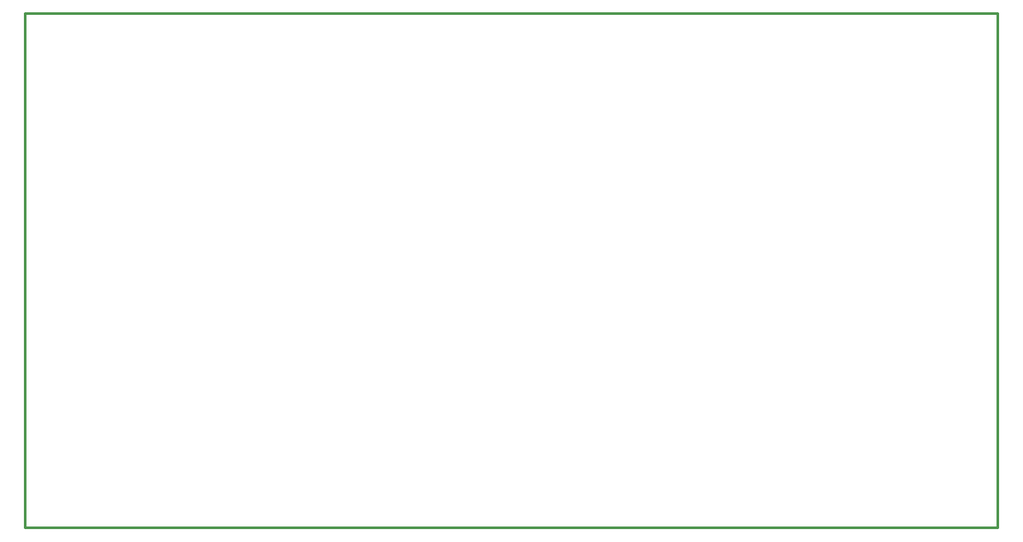
<source format=gko>
%FSLAX44Y44*%
%MOMM*%
G71*
G01*
G75*
G04 Layer_Color=16711935*
%ADD10C,0.2000*%
%ADD11C,0.4000*%
%ADD12C,0.3000*%
%ADD13C,1.3000*%
%ADD14C,1.4000*%
%ADD15C,2.0000*%
%ADD16C,1.6900*%
%ADD17R,1.6900X1.6900*%
%ADD18C,4.7600*%
%ADD19C,1.5240*%
%ADD20R,1.5000X1.5000*%
%ADD21C,1.5000*%
%ADD22C,1.0000*%
%ADD23C,1.0160*%
%ADD24R,1.6660X1.6660*%
%ADD25R,1.7160X1.7160*%
%ADD26O,1.6660X2.5160*%
%ADD27C,2.1060*%
%ADD28C,4.2760*%
%ADD29C,2.0160*%
%ADD30C,1.9160*%
%ADD31C,1.8660*%
%ADD32C,1.5660*%
%ADD33C,2.2160*%
%ADD34C,1.5160*%
%ADD35C,0.1000*%
%ADD36C,0.2540*%
%ADD37C,0.1500*%
%ADD38C,1.5032*%
%ADD39C,1.6032*%
%ADD40C,2.2032*%
%ADD41C,1.8932*%
%ADD42R,1.8932X1.8932*%
%ADD43C,4.9632*%
%ADD44C,1.7272*%
%ADD45R,1.7032X1.7032*%
%ADD46C,1.7032*%
%ADD47C,1.2032*%
D12*
X521000Y775000D02*
Y1449000D01*
X1795000D01*
Y775000D02*
Y1449000D01*
X521000Y775000D02*
X1795000D01*
M02*

</source>
